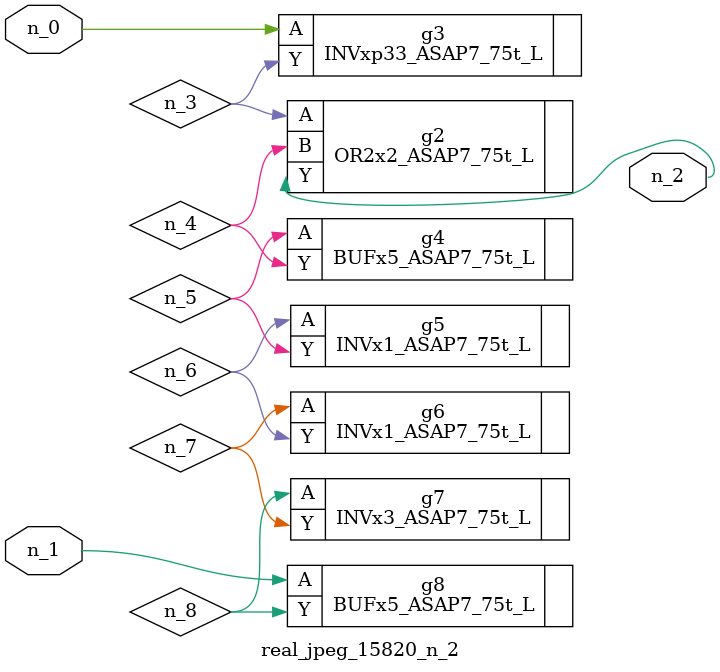
<source format=v>
module real_jpeg_15820_n_2 (n_1, n_0, n_2);

input n_1;
input n_0;

output n_2;

wire n_5;
wire n_4;
wire n_8;
wire n_6;
wire n_7;
wire n_3;

INVxp33_ASAP7_75t_L g3 ( 
.A(n_0),
.Y(n_3)
);

BUFx5_ASAP7_75t_L g8 ( 
.A(n_1),
.Y(n_8)
);

OR2x2_ASAP7_75t_L g2 ( 
.A(n_3),
.B(n_4),
.Y(n_2)
);

BUFx5_ASAP7_75t_L g4 ( 
.A(n_5),
.Y(n_4)
);

INVx1_ASAP7_75t_L g5 ( 
.A(n_6),
.Y(n_5)
);

INVx1_ASAP7_75t_L g6 ( 
.A(n_7),
.Y(n_6)
);

INVx3_ASAP7_75t_L g7 ( 
.A(n_8),
.Y(n_7)
);


endmodule
</source>
